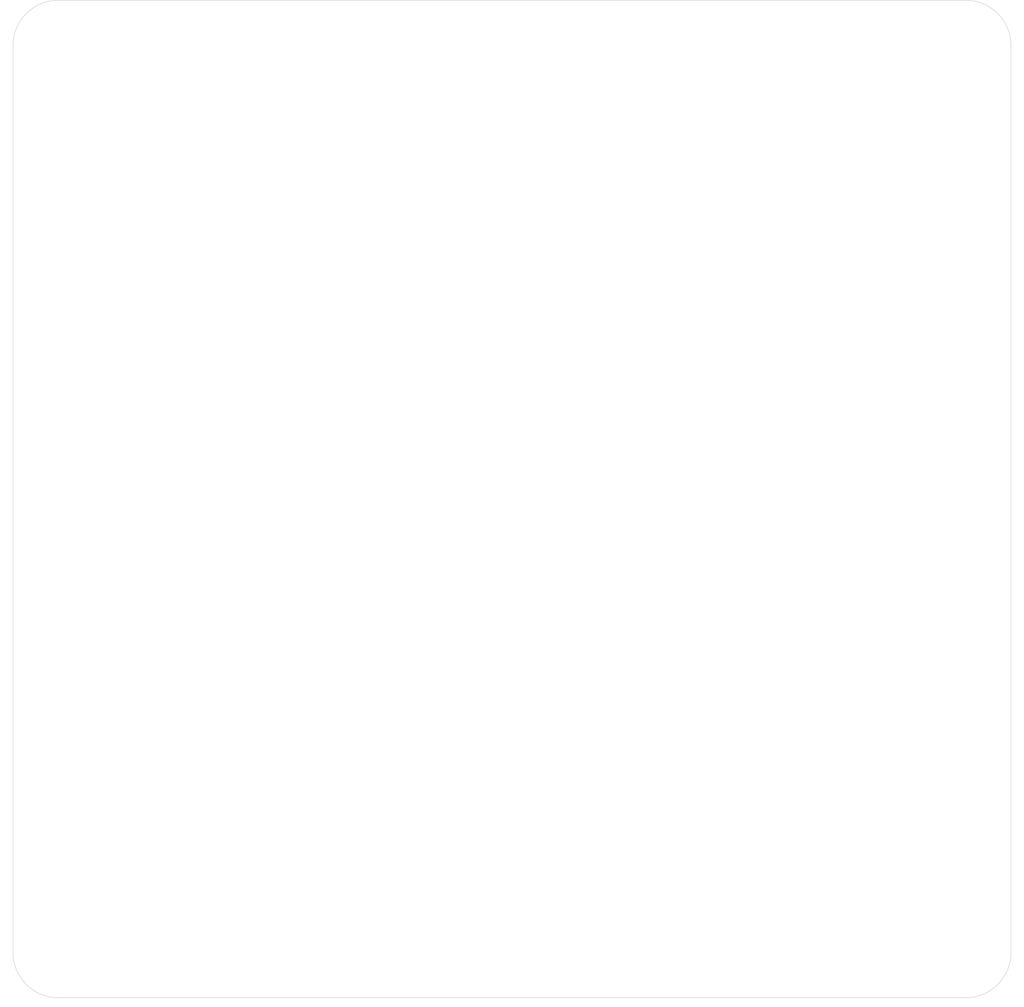
<source format=kicad_pcb>
(kicad_pcb (version 20240108) (generator "pcbnew") (generator_version "8.0")
  (layers (0 "F.Cu" signal) (31 "B.Cu" signal) (34 "B.Paste" user) (35 "F.Paste" user) (36 "B.SilkS" user "B.Silkscreen") (37 "F.SilkS" user "F.Silkscreen") (38 "B.Mask" user) (39 "F.Mask" user) (44 "Edge.Cuts" user))
  (net 0 "")
  (footprint "MountingHole:MountingHole_3mm" (layer "F.Cu") (at 104 54)
    (property "Reference" "H1" (hide yes))
    (property "Value" "MountingHole")
    (pad "" np_thru_hole circle (at 0 0) (size 3 3) (drill 3) (layers "*.Cu" "*.Mask"))
  )
  (footprint "MountingHole:MountingHole_3mm" (layer "F.Cu") (at 184 134)
    (property "Reference" "H4" (hide yes))
    (property "Value" "MountingHole")
    (pad "" np_thru_hole circle (at 0 0) (size 3 3) (drill 3) (layers "*.Cu" "*.Mask"))
  )
  (footprint "MountingHole:MountingHole_3mm" (layer "F.Cu") (at 184 54)
    (property "Reference" "H2" (hide yes))
    (property "Value" "MountingHole")
    (pad "" np_thru_hole circle (at 0 0) (size 3 3) (drill 3) (layers "*.Cu" "*.Mask"))
  )
  (footprint "MountingHole:MountingHole_3mm" (layer "F.Cu") (at 104 134)
    (property "Reference" "H3" (hide yes))
    (property "Value" "MountingHole")
    (pad "" np_thru_hole circle (at 0 0) (size 3 3) (drill 3) (layers "*.Cu" "*.Mask"))
  )
  (gr_arc (start 188 134) (mid 186.828427 136.828427) (end 184 138) (stroke (width 0.05)) (layer "Edge.Cuts"))
  (gr_line (start 104 50) (end 184 50) (stroke (width 0.05)) (layer "Edge.Cuts"))
  (gr_line (start 184 138) (end 104 138) (stroke (width 0.05)) (layer "Edge.Cuts"))
  (gr_line (start 100 134) (end 100 54) (stroke (width 0.05)) (layer "Edge.Cuts"))
  (gr_arc (start 104 138) (mid 101.171573 136.828427) (end 100 134) (stroke (width 0.05)) (layer "Edge.Cuts"))
  (gr_line (start 188 54) (end 188 134) (stroke (width 0.05)) (layer "Edge.Cuts"))
  (gr_arc (start 100 54) (mid 101.171573 51.171573) (end 104 50) (stroke (width 0.05)) (layer "Edge.Cuts"))
  (gr_arc (start 184 50) (mid 186.828427 51.171573) (end 188 54) (stroke (width 0.05)) (layer "Edge.Cuts"))
)
</source>
